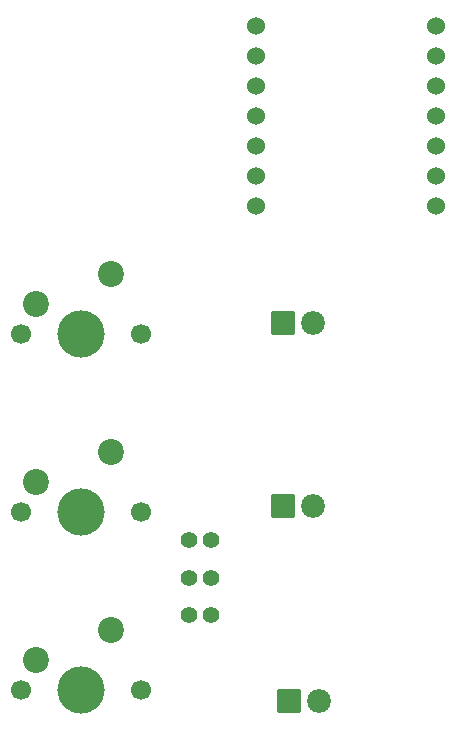
<source format=gbr>
%TF.GenerationSoftware,KiCad,Pcbnew,9.0.2*%
%TF.CreationDate,2025-07-06T13:36:05-04:00*%
%TF.ProjectId,Fidget!!!,46696467-6574-4212-9121-2e6b69636164,rev?*%
%TF.SameCoordinates,Original*%
%TF.FileFunction,Soldermask,Bot*%
%TF.FilePolarity,Negative*%
%FSLAX46Y46*%
G04 Gerber Fmt 4.6, Leading zero omitted, Abs format (unit mm)*
G04 Created by KiCad (PCBNEW 9.0.2) date 2025-07-06 13:36:05*
%MOMM*%
%LPD*%
G01*
G04 APERTURE LIST*
G04 Aperture macros list*
%AMRoundRect*
0 Rectangle with rounded corners*
0 $1 Rounding radius*
0 $2 $3 $4 $5 $6 $7 $8 $9 X,Y pos of 4 corners*
0 Add a 4 corners polygon primitive as box body*
4,1,4,$2,$3,$4,$5,$6,$7,$8,$9,$2,$3,0*
0 Add four circle primitives for the rounded corners*
1,1,$1+$1,$2,$3*
1,1,$1+$1,$4,$5*
1,1,$1+$1,$6,$7*
1,1,$1+$1,$8,$9*
0 Add four rect primitives between the rounded corners*
20,1,$1+$1,$2,$3,$4,$5,0*
20,1,$1+$1,$4,$5,$6,$7,0*
20,1,$1+$1,$6,$7,$8,$9,0*
20,1,$1+$1,$8,$9,$2,$3,0*%
G04 Aperture macros list end*
%ADD10C,1.524000*%
%ADD11C,1.700000*%
%ADD12C,4.000000*%
%ADD13C,2.200000*%
%ADD14C,1.400000*%
%ADD15RoundRect,0.102000X-0.907500X-0.907500X0.907500X-0.907500X0.907500X0.907500X-0.907500X0.907500X0*%
%ADD16C,2.019000*%
G04 APERTURE END LIST*
D10*
%TO.C,U1*%
X70380000Y-20880000D03*
X70380000Y-23420000D03*
X70380000Y-25960000D03*
X70380000Y-28500000D03*
X70380000Y-31040000D03*
X70380000Y-33580000D03*
X70380000Y-36120000D03*
X85620000Y-36120000D03*
X85620000Y-33580000D03*
X85620000Y-31040000D03*
X85620000Y-28500000D03*
X85620000Y-25960000D03*
X85620000Y-23420000D03*
X85620000Y-20880000D03*
%TD*%
D11*
%TO.C,SW3*%
X50500000Y-77090000D03*
D12*
X55580000Y-77090000D03*
D11*
X60660000Y-77090000D03*
D13*
X58120000Y-72010000D03*
X51770000Y-74550000D03*
%TD*%
D11*
%TO.C,SW2*%
X50500000Y-62000000D03*
D12*
X55580000Y-62000000D03*
D11*
X60660000Y-62000000D03*
D13*
X58120000Y-56920000D03*
X51770000Y-59460000D03*
%TD*%
D11*
%TO.C,SW1*%
X50500000Y-46910000D03*
D12*
X55580000Y-46910000D03*
D11*
X60660000Y-46910000D03*
D13*
X58120000Y-41830000D03*
X51770000Y-44370000D03*
%TD*%
D14*
%TO.C,R3*%
X64700000Y-70730000D03*
X66600000Y-70730000D03*
%TD*%
%TO.C,R2*%
X64700000Y-67580000D03*
X66600000Y-67580000D03*
%TD*%
%TO.C,R1*%
X64700000Y-64430000D03*
X66600000Y-64430000D03*
%TD*%
D15*
%TO.C,D3*%
X73230000Y-78000000D03*
D16*
X75770000Y-78000000D03*
%TD*%
D15*
%TO.C,D2*%
X72730000Y-61500000D03*
D16*
X75270000Y-61500000D03*
%TD*%
D15*
%TO.C,D1*%
X72730000Y-46000000D03*
D16*
X75270000Y-46000000D03*
%TD*%
M02*

</source>
